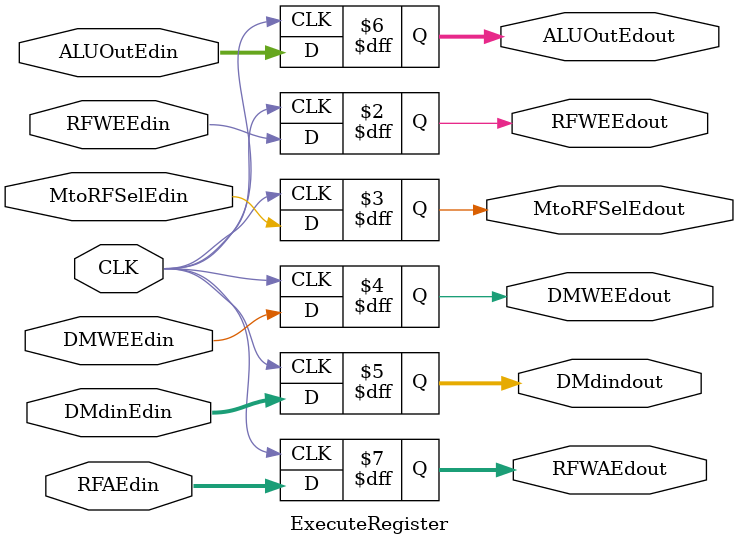
<source format=v>
`timescale 1ns / 1ps

module ExecuteRegister(input CLK, 
                             RFWEEdin,
                             MtoRFSelEdin,
                             DMWEEdin,
                 input[31:0] DMdinEdin,
                             ALUOutEdin,
                  input[4:0] RFAEdin,
                  output reg RFWEEdout,
                             MtoRFSelEdout,
                             DMWEEdout,
           output reg [31:0] DMdindout,
                             ALUOutEdout,
            output reg [4:0] RFWAEdout);
              
always @(posedge CLK) begin
RFWEEdout <= RFWEEdin;
MtoRFSelEdout <= MtoRFSelEdin;
DMWEEdout <= DMWEEdin;
DMdindout <= DMdinEdin;
ALUOutEdout <= ALUOutEdin;
RFWAEdout <= RFAEdin;
end   

endmodule
</source>
